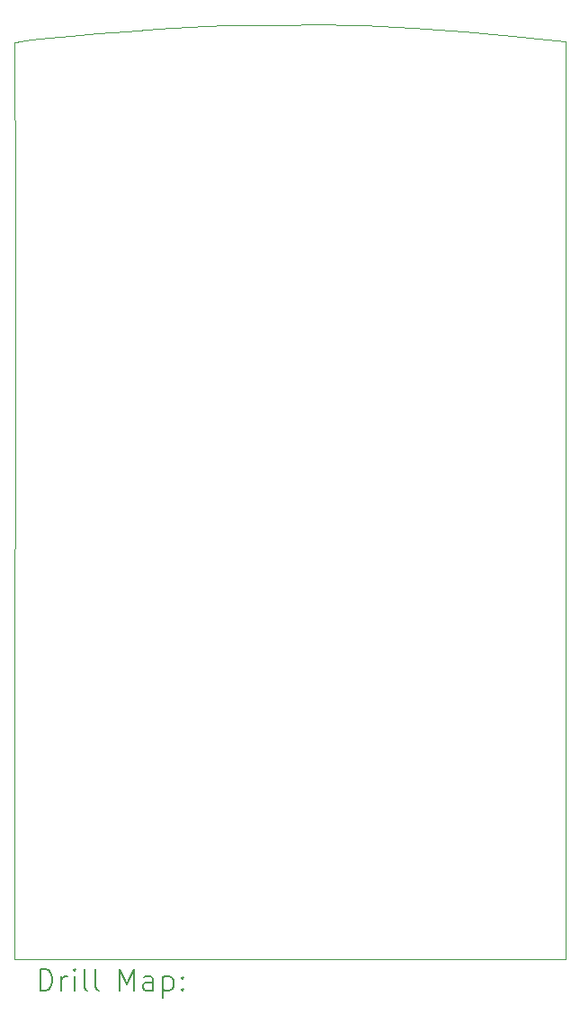
<source format=gbr>
%TF.GenerationSoftware,KiCad,Pcbnew,(6.99.0-2452-gdb4f2d9dd8)*%
%TF.CreationDate,2022-08-02T16:49:28-05:00*%
%TF.ProjectId,CalPoly,43616c50-6f6c-4792-9e6b-696361645f70,rev?*%
%TF.SameCoordinates,Original*%
%TF.FileFunction,Drillmap*%
%TF.FilePolarity,Positive*%
%FSLAX45Y45*%
G04 Gerber Fmt 4.5, Leading zero omitted, Abs format (unit mm)*
G04 Created by KiCad (PCBNEW (6.99.0-2452-gdb4f2d9dd8)) date 2022-08-02 16:49:28*
%MOMM*%
%LPD*%
G01*
G04 APERTURE LIST*
%ADD10C,0.080000*%
%ADD11C,0.200000*%
G04 APERTURE END LIST*
D10*
X4292840Y-11999751D02*
X4299769Y-4337994D01*
X4292840Y-11999751D02*
X4292840Y-11999751D01*
X9487160Y-11999751D02*
X4292840Y-11999751D01*
X9487160Y-11999751D02*
X9487160Y-11999751D01*
X9487040Y-3916140D02*
X9487160Y-11999751D01*
X9487040Y-3916140D02*
X9487040Y-3916140D01*
X9487160Y-3359176D02*
X9487040Y-3916140D01*
X9487160Y-3359176D02*
X9487160Y-3359176D01*
X9389265Y-3347304D02*
X9487160Y-3359176D01*
X9389265Y-3347304D02*
X9389265Y-3347304D01*
X8985981Y-3304134D02*
X9389265Y-3347304D01*
X8526233Y-3264533D02*
X8985981Y-3304134D01*
X8046224Y-3231306D02*
X8526233Y-3264533D01*
X7582160Y-3207259D02*
X8046224Y-3231306D01*
X7582160Y-3207259D02*
X7582160Y-3207259D01*
X7421967Y-3202682D02*
X7582160Y-3207259D01*
X7222895Y-3200249D02*
X7421967Y-3202682D01*
X6759861Y-3201303D02*
X7222895Y-3200249D01*
X6296549Y-3209399D02*
X6759861Y-3201303D01*
X6097131Y-3215769D02*
X6296549Y-3209399D01*
X5936452Y-3223515D02*
X6097131Y-3215769D01*
X5936452Y-3223515D02*
X5936452Y-3223515D01*
X5639919Y-3242667D02*
X5936452Y-3223515D01*
X5349908Y-3263215D02*
X5639919Y-3242667D01*
X5076240Y-3284296D02*
X5349908Y-3263215D01*
X4828735Y-3305050D02*
X5076240Y-3284296D01*
X4617212Y-3324612D02*
X4828735Y-3305050D01*
X4451491Y-3342121D02*
X4617212Y-3324612D01*
X4341393Y-3356714D02*
X4451491Y-3342121D01*
X4310271Y-3362648D02*
X4341393Y-3356714D01*
X4296737Y-3367529D02*
X4310271Y-3362648D01*
X4296737Y-3367529D02*
X4296737Y-3367529D01*
X4295110Y-3410981D02*
X4296737Y-3367529D01*
X4294628Y-3521739D02*
X4295110Y-3410981D01*
X4295957Y-3855050D02*
X4294628Y-3521739D01*
X4299769Y-4337994D02*
X4295957Y-3855050D01*
D11*
X4536459Y-12297228D02*
X4536459Y-12097228D01*
X4536459Y-12097228D02*
X4584078Y-12097228D01*
X4584078Y-12097228D02*
X4612650Y-12106751D01*
X4612650Y-12106751D02*
X4631697Y-12125799D01*
X4631697Y-12125799D02*
X4641221Y-12144847D01*
X4641221Y-12144847D02*
X4650745Y-12182942D01*
X4650745Y-12182942D02*
X4650745Y-12211513D01*
X4650745Y-12211513D02*
X4641221Y-12249609D01*
X4641221Y-12249609D02*
X4631697Y-12268656D01*
X4631697Y-12268656D02*
X4612650Y-12287704D01*
X4612650Y-12287704D02*
X4584078Y-12297228D01*
X4584078Y-12297228D02*
X4536459Y-12297228D01*
X4736459Y-12297228D02*
X4736459Y-12163894D01*
X4736459Y-12201989D02*
X4745983Y-12182942D01*
X4745983Y-12182942D02*
X4755507Y-12173418D01*
X4755507Y-12173418D02*
X4774554Y-12163894D01*
X4774554Y-12163894D02*
X4793602Y-12163894D01*
X4860269Y-12297228D02*
X4860269Y-12163894D01*
X4860269Y-12097228D02*
X4850745Y-12106751D01*
X4850745Y-12106751D02*
X4860269Y-12116275D01*
X4860269Y-12116275D02*
X4869792Y-12106751D01*
X4869792Y-12106751D02*
X4860269Y-12097228D01*
X4860269Y-12097228D02*
X4860269Y-12116275D01*
X4984078Y-12297228D02*
X4965030Y-12287704D01*
X4965030Y-12287704D02*
X4955507Y-12268656D01*
X4955507Y-12268656D02*
X4955507Y-12097228D01*
X5088840Y-12297228D02*
X5069792Y-12287704D01*
X5069792Y-12287704D02*
X5060269Y-12268656D01*
X5060269Y-12268656D02*
X5060269Y-12097228D01*
X5285030Y-12297228D02*
X5285030Y-12097228D01*
X5285030Y-12097228D02*
X5351697Y-12240085D01*
X5351697Y-12240085D02*
X5418364Y-12097228D01*
X5418364Y-12097228D02*
X5418364Y-12297228D01*
X5599316Y-12297228D02*
X5599316Y-12192466D01*
X5599316Y-12192466D02*
X5589792Y-12173418D01*
X5589792Y-12173418D02*
X5570745Y-12163894D01*
X5570745Y-12163894D02*
X5532649Y-12163894D01*
X5532649Y-12163894D02*
X5513602Y-12173418D01*
X5599316Y-12287704D02*
X5580269Y-12297228D01*
X5580269Y-12297228D02*
X5532649Y-12297228D01*
X5532649Y-12297228D02*
X5513602Y-12287704D01*
X5513602Y-12287704D02*
X5504078Y-12268656D01*
X5504078Y-12268656D02*
X5504078Y-12249609D01*
X5504078Y-12249609D02*
X5513602Y-12230561D01*
X5513602Y-12230561D02*
X5532649Y-12221037D01*
X5532649Y-12221037D02*
X5580269Y-12221037D01*
X5580269Y-12221037D02*
X5599316Y-12211513D01*
X5694554Y-12163894D02*
X5694554Y-12363894D01*
X5694554Y-12173418D02*
X5713602Y-12163894D01*
X5713602Y-12163894D02*
X5751697Y-12163894D01*
X5751697Y-12163894D02*
X5770745Y-12173418D01*
X5770745Y-12173418D02*
X5780268Y-12182942D01*
X5780268Y-12182942D02*
X5789792Y-12201989D01*
X5789792Y-12201989D02*
X5789792Y-12259132D01*
X5789792Y-12259132D02*
X5780268Y-12278180D01*
X5780268Y-12278180D02*
X5770745Y-12287704D01*
X5770745Y-12287704D02*
X5751697Y-12297228D01*
X5751697Y-12297228D02*
X5713602Y-12297228D01*
X5713602Y-12297228D02*
X5694554Y-12287704D01*
X5875507Y-12278180D02*
X5885030Y-12287704D01*
X5885030Y-12287704D02*
X5875507Y-12297228D01*
X5875507Y-12297228D02*
X5865983Y-12287704D01*
X5865983Y-12287704D02*
X5875507Y-12278180D01*
X5875507Y-12278180D02*
X5875507Y-12297228D01*
X5875507Y-12173418D02*
X5885030Y-12182942D01*
X5885030Y-12182942D02*
X5875507Y-12192466D01*
X5875507Y-12192466D02*
X5865983Y-12182942D01*
X5865983Y-12182942D02*
X5875507Y-12173418D01*
X5875507Y-12173418D02*
X5875507Y-12192466D01*
M02*

</source>
